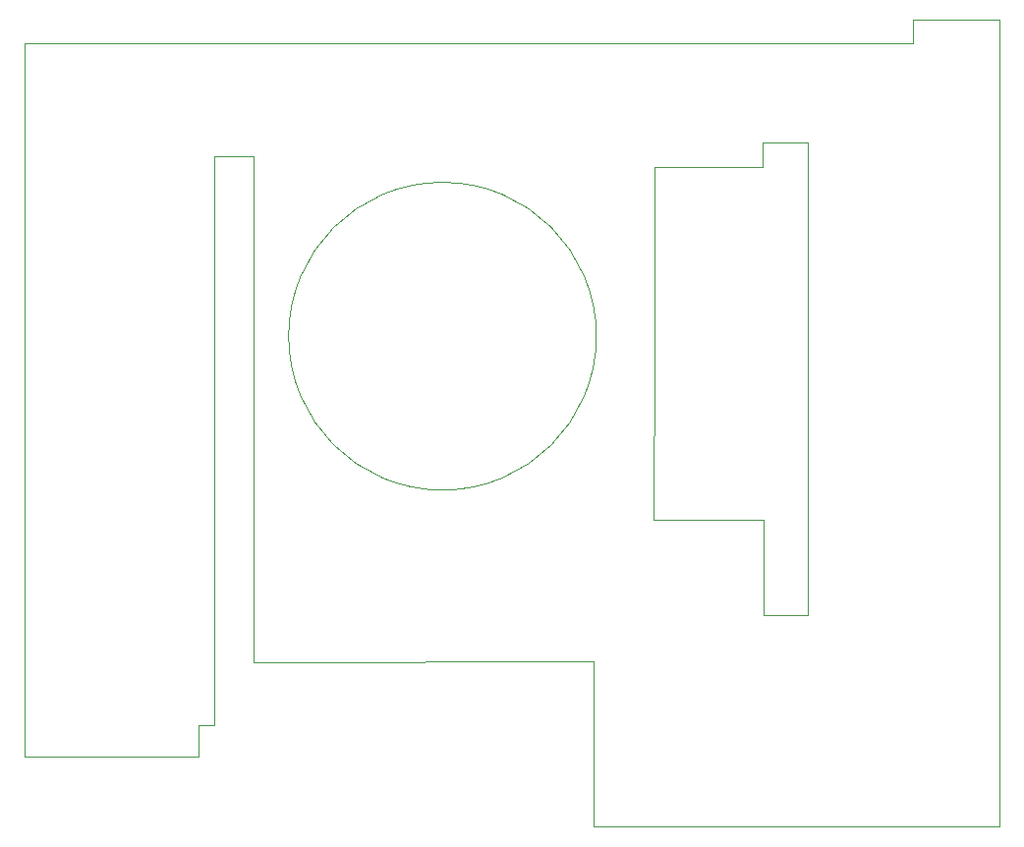
<source format=gbr>
G04 #@! TF.GenerationSoftware,KiCad,Pcbnew,5.1.0-060a0da~80~ubuntu18.04.1*
G04 #@! TF.CreationDate,2019-05-11T22:14:08+02:00*
G04 #@! TF.ProjectId,myo_shield_pcb,6d796f5f-7368-4696-956c-645f7063622e,rev?*
G04 #@! TF.SameCoordinates,Original*
G04 #@! TF.FileFunction,Profile,NP*
%FSLAX46Y46*%
G04 Gerber Fmt 4.6, Leading zero omitted, Abs format (unit mm)*
G04 Created by KiCad (PCBNEW 5.1.0-060a0da~80~ubuntu18.04.1) date 2019-05-11 22:14:08*
%MOMM*%
%LPD*%
G04 APERTURE LIST*
%ADD10C,0.050000*%
%ADD11C,0.120000*%
G04 APERTURE END LIST*
D10*
X189750000Y-76750000D02*
X189750000Y-74750000D01*
X150750000Y-76750000D02*
X189750000Y-76750000D01*
X180700000Y-85350000D02*
X176850000Y-85350000D01*
X180700000Y-126050000D02*
X180700000Y-85350000D01*
X176950000Y-126050000D02*
X180700000Y-126050000D01*
X176950000Y-117850000D02*
X176950000Y-126050000D01*
X167450000Y-117850000D02*
X176950000Y-117850000D01*
X167500000Y-103500000D02*
X167450000Y-117850000D01*
X167500000Y-87400000D02*
X167500000Y-103500000D01*
X176850000Y-87400000D02*
X167500000Y-87400000D01*
X176850000Y-85350000D02*
X176850000Y-87400000D01*
D11*
X162509431Y-102000000D02*
G75*
G03X162509431Y-102000000I-13259431J0D01*
G01*
D10*
X132950000Y-86500000D02*
X132950000Y-130100000D01*
X129600000Y-86500000D02*
X132950000Y-86500000D01*
X129600000Y-135500000D02*
X129600000Y-86500000D01*
X128250000Y-135500000D02*
X129600000Y-135500000D01*
X150750000Y-76750000D02*
X113250000Y-76750000D01*
X197250000Y-74750000D02*
X189750000Y-74750000D01*
X197250000Y-144250000D02*
X197250000Y-74750000D01*
X162250000Y-144250000D02*
X197250000Y-144250000D01*
X162250000Y-130050000D02*
X162250000Y-144250000D01*
X132950000Y-130100000D02*
X162250000Y-130050000D01*
X128250000Y-138250000D02*
X128250000Y-135500000D01*
X113250000Y-138250000D02*
X128250000Y-138250000D01*
X113250000Y-76750000D02*
X113250000Y-138250000D01*
M02*

</source>
